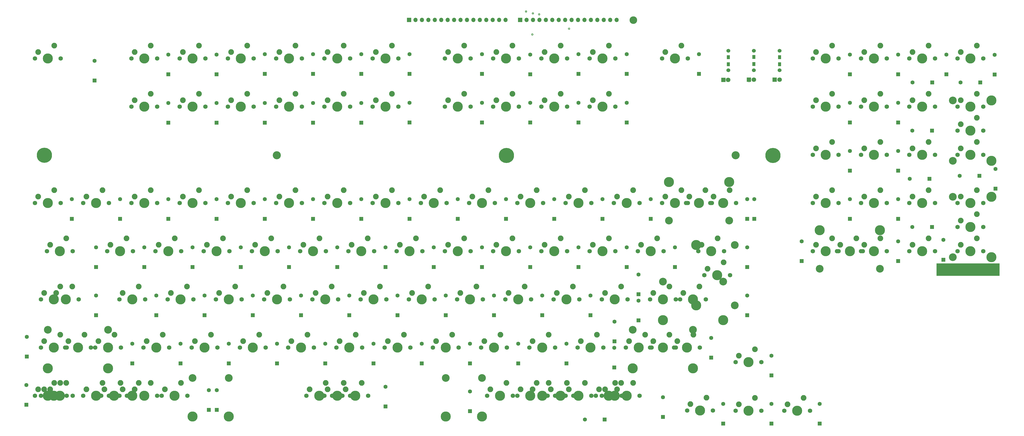
<source format=gbr>
%TF.GenerationSoftware,KiCad,Pcbnew,5.1.9+dfsg1-1*%
%TF.CreationDate,2022-02-11T04:52:15+01:00*%
%TF.ProjectId,va11800,76613131-3830-4302-9e6b-696361645f70,rev?*%
%TF.SameCoordinates,Original*%
%TF.FileFunction,Soldermask,Bot*%
%TF.FilePolarity,Negative*%
%FSLAX46Y46*%
G04 Gerber Fmt 4.6, Leading zero omitted, Abs format (unit mm)*
G04 Created by KiCad (PCBNEW 5.1.9+dfsg1-1) date 2022-02-11 04:52:15*
%MOMM*%
%LPD*%
G01*
G04 APERTURE LIST*
%ADD10C,0.250000*%
%ADD11C,2.250000*%
%ADD12C,3.987800*%
%ADD13C,1.750000*%
%ADD14C,3.048000*%
%ADD15R,1.600000X1.600000*%
%ADD16C,1.600000*%
%ADD17R,1.800000X1.800000*%
%ADD18C,1.800000*%
%ADD19C,6.000000*%
%ADD20C,1.524000*%
%ADD21R,1.200000X1.600000*%
%ADD22O,1.700000X1.700000*%
%ADD23R,1.700000X1.700000*%
%ADD24R,25.000000X5.000000*%
%ADD25O,3.000000X3.000000*%
%ADD26C,3.200000*%
G04 APERTURE END LIST*
D10*
X220207321Y-69600000D02*
G75*
G03*
X220207321Y-69600000I-297321J0D01*
G01*
X234717321Y-67320000D02*
G75*
G03*
X234717321Y-67320000I-297321J0D01*
G01*
X222907321Y-61640000D02*
G75*
G03*
X222907321Y-61640000I-297321J0D01*
G01*
X220427321Y-61260000D02*
G75*
G03*
X220427321Y-61260000I-297321J0D01*
G01*
X217727321Y-60520000D02*
G75*
G03*
X217727321Y-60520000I-297321J0D01*
G01*
X305470000Y-88420000D02*
X305470000Y-88350000D01*
X266950000Y-191510000D02*
X266720000Y-191730000D01*
D11*
%TO.C,f5*%
X145412500Y-73971250D03*
D12*
X142872500Y-79051250D03*
D11*
X139062500Y-76511250D03*
D13*
X137792500Y-79051250D03*
X147952500Y-79051250D03*
%TD*%
D11*
%TO.C,pause1*%
X278762500Y-73971250D03*
D12*
X276222500Y-79051250D03*
D11*
X272412500Y-76511250D03*
D13*
X271142500Y-79051250D03*
X281302500Y-79051250D03*
%TD*%
D11*
%TO.C,f4*%
X126362500Y-73971250D03*
D12*
X123822500Y-79051250D03*
D11*
X120012500Y-76511250D03*
D13*
X118742500Y-79051250D03*
X128902500Y-79051250D03*
%TD*%
D11*
%TO.C,f10*%
X126362500Y-93021250D03*
D12*
X123822500Y-98101250D03*
D11*
X120012500Y-95561250D03*
D13*
X118742500Y-98101250D03*
X128902500Y-98101250D03*
%TD*%
D11*
%TO.C,f9*%
X107312500Y-93021250D03*
D12*
X104772500Y-98101250D03*
D11*
X100962500Y-95561250D03*
D13*
X99692500Y-98101250D03*
X109852500Y-98101250D03*
%TD*%
%TO.C,kp_8*%
X359883750Y-98101250D03*
X349723750Y-98101250D03*
D11*
X350993750Y-95561250D03*
D12*
X354803750Y-98101250D03*
D11*
X357343750Y-93021250D03*
%TD*%
D13*
%TO.C,kp_1*%
X340833750Y-136201250D03*
X330673750Y-136201250D03*
D11*
X331943750Y-133661250D03*
D12*
X335753750Y-136201250D03*
D11*
X338293750Y-131121250D03*
%TD*%
D13*
%TO.C,n7*%
X167002500Y-136201250D03*
X156842500Y-136201250D03*
D11*
X158112500Y-133661250D03*
D12*
X161922500Y-136201250D03*
D11*
X164462500Y-131121250D03*
%TD*%
D13*
%TO.C,grave1*%
X33652500Y-136201250D03*
X23492500Y-136201250D03*
D11*
X24762500Y-133661250D03*
D12*
X28572500Y-136201250D03*
D11*
X31112500Y-131121250D03*
%TD*%
D13*
%TO.C,left_shift2*%
X36033750Y-193351250D03*
X25873750Y-193351250D03*
D11*
X27143750Y-190811250D03*
D12*
X30953750Y-193351250D03*
D11*
X33493750Y-188271250D03*
%TD*%
D12*
%TO.C,left_shift1*%
X52385000Y-201606250D03*
X28572500Y-201606250D03*
D14*
X52385000Y-186366250D03*
X28572500Y-186366250D03*
D13*
X45558750Y-193351250D03*
X35398750Y-193351250D03*
D11*
X36668750Y-190811250D03*
D12*
X40478750Y-193351250D03*
D11*
X43018750Y-188271250D03*
%TD*%
D13*
%TO.C,stepped_capslock1*%
X36033750Y-174301250D03*
X25873750Y-174301250D03*
D11*
X27143750Y-171761250D03*
D12*
X30953750Y-174301250D03*
D11*
X33493750Y-169221250D03*
%TD*%
D13*
%TO.C,capslock1*%
X40796250Y-174301250D03*
X30636250Y-174301250D03*
D11*
X31906250Y-171761250D03*
D12*
X35716250Y-174301250D03*
D11*
X38256250Y-169221250D03*
%TD*%
D13*
%TO.C,tab1*%
X38415000Y-155251250D03*
X28255000Y-155251250D03*
D11*
X29525000Y-152711250D03*
D12*
X33335000Y-155251250D03*
D11*
X35875000Y-150171250D03*
%TD*%
D15*
%TO.C,D1*%
X47050000Y-87820000D03*
D16*
X47050000Y-80020000D03*
%TD*%
D17*
%TO.C,D52*%
X315630000Y-87490000D03*
D18*
X317520000Y-87490000D03*
%TD*%
D17*
%TO.C,D50*%
X305470000Y-87490000D03*
D18*
X307360000Y-87490000D03*
%TD*%
D17*
%TO.C,D17*%
X295380000Y-87530000D03*
D18*
X297270000Y-87530000D03*
%TD*%
D19*
%TO.C,H1*%
X27240000Y-117370000D03*
%TD*%
D20*
%TO.C,R3*%
X317520000Y-76050000D03*
X317530000Y-83770000D03*
D21*
X317530000Y-78550000D03*
X317530000Y-81350000D03*
%TD*%
D20*
%TO.C,R2*%
X307370000Y-76020000D03*
X307380000Y-83740000D03*
D21*
X307380000Y-78520000D03*
X307380000Y-81320000D03*
%TD*%
D20*
%TO.C,R1*%
X297340000Y-76060000D03*
X297350000Y-83780000D03*
D21*
X297350000Y-78560000D03*
X297350000Y-81360000D03*
%TD*%
D13*
%TO.C,left1*%
X291198000Y-218312000D03*
X281038000Y-218312000D03*
D11*
X282308000Y-215772000D03*
D12*
X286118000Y-218312000D03*
D11*
X288658000Y-213232000D03*
%TD*%
%TO.C,R_mod3_1U1*%
X259715000Y-207321250D03*
D12*
X257175000Y-212401250D03*
D11*
X253365000Y-209861250D03*
D13*
X252095000Y-212401250D03*
X262255000Y-212401250D03*
%TD*%
D11*
%TO.C,R_mod2_1U1*%
X240665000Y-207321250D03*
D12*
X238125000Y-212401250D03*
D11*
X234315000Y-209861250D03*
D13*
X233045000Y-212401250D03*
X243205000Y-212401250D03*
%TD*%
D11*
%TO.C,R_mod1_1U1*%
X221615000Y-207321350D03*
D12*
X219075000Y-212401350D03*
D11*
X215265000Y-209861350D03*
D13*
X213995000Y-212401350D03*
X224155000Y-212401350D03*
%TD*%
D11*
%TO.C,L_mod3_1U1*%
X69215000Y-207321250D03*
D12*
X66675000Y-212401250D03*
D11*
X62865000Y-209861250D03*
D13*
X61595000Y-212401250D03*
X71755000Y-212401250D03*
%TD*%
D11*
%TO.C,lm21u1*%
X50165000Y-207321250D03*
D12*
X47625000Y-212401250D03*
D11*
X43815000Y-209861250D03*
D13*
X42545000Y-212401250D03*
X52705000Y-212401250D03*
%TD*%
D11*
%TO.C,lm1u1*%
X31115000Y-207321250D03*
D12*
X28575000Y-212401250D03*
D11*
X24765000Y-209861250D03*
D13*
X23495000Y-212401250D03*
X33655000Y-212401250D03*
%TD*%
D15*
%TO.C,D124*%
X271510000Y-220850000D03*
D16*
X271510000Y-213050000D03*
%TD*%
D15*
%TO.C,D122*%
X92150000Y-218000000D03*
D16*
X92150000Y-210200000D03*
%TD*%
D15*
%TO.C,D121*%
X20130000Y-216020000D03*
D16*
X20130000Y-208220000D03*
%TD*%
D15*
%TO.C,D120*%
X161925000Y-216693750D03*
D16*
X161925000Y-208893750D03*
%TD*%
D15*
%TO.C,D118*%
X248480000Y-221870000D03*
D16*
X240680000Y-221870000D03*
%TD*%
D15*
%TO.C,D117*%
X195260000Y-218563750D03*
D16*
X195260000Y-210763750D03*
%TD*%
D15*
%TO.C,D116*%
X295272500Y-223445000D03*
D16*
X295272500Y-215645000D03*
%TD*%
D15*
%TO.C,D115*%
X314322500Y-223445000D03*
D16*
X314322500Y-215645000D03*
%TD*%
D15*
%TO.C,D114*%
X333372500Y-223445000D03*
D16*
X333372500Y-215645000D03*
%TD*%
D15*
%TO.C,D108*%
X314322500Y-204395000D03*
D16*
X314322500Y-196595000D03*
%TD*%
D15*
%TO.C,D107*%
X252232200Y-201281600D03*
D16*
X252232200Y-193481600D03*
%TD*%
D15*
%TO.C,D105*%
X252333800Y-190921400D03*
D16*
X252333800Y-183121400D03*
%TD*%
D15*
%TO.C,D104*%
X233360000Y-199632500D03*
D16*
X233360000Y-191832500D03*
%TD*%
D15*
%TO.C,D103*%
X214310000Y-199632500D03*
D16*
X214310000Y-191832500D03*
%TD*%
D15*
%TO.C,D102*%
X195260000Y-199632500D03*
D16*
X195260000Y-191832500D03*
%TD*%
D15*
%TO.C,D101*%
X176210000Y-199632500D03*
D16*
X176210000Y-191832500D03*
%TD*%
D15*
%TO.C,D100*%
X157160000Y-199632500D03*
D16*
X157160000Y-191832500D03*
%TD*%
D15*
%TO.C,D99*%
X138110000Y-199632500D03*
D16*
X138110000Y-191832500D03*
%TD*%
D15*
%TO.C,D98*%
X119060000Y-199632500D03*
D16*
X119060000Y-191832500D03*
%TD*%
D15*
%TO.C,D97*%
X100010000Y-199632500D03*
D16*
X100010000Y-191832500D03*
%TD*%
D15*
%TO.C,D96*%
X80960000Y-199632500D03*
D16*
X80960000Y-191832500D03*
%TD*%
D15*
%TO.C,D95*%
X61910000Y-199632500D03*
D16*
X61910000Y-191832500D03*
%TD*%
D15*
%TO.C,D94*%
X20300000Y-196940000D03*
D16*
X20300000Y-189140000D03*
%TD*%
D15*
%TO.C,D92*%
X290510000Y-197370000D03*
D16*
X290510000Y-189570000D03*
%TD*%
D15*
%TO.C,D91*%
X364328750Y-159151250D03*
D16*
X364328750Y-151351250D03*
%TD*%
D15*
%TO.C,D88*%
X261833400Y-182655600D03*
D16*
X261833400Y-174855600D03*
%TD*%
D15*
%TO.C,D87*%
X261833400Y-172289400D03*
D16*
X261833400Y-164489400D03*
%TD*%
D15*
%TO.C,D86*%
X242885000Y-180582500D03*
D16*
X242885000Y-172782500D03*
%TD*%
D15*
%TO.C,D85*%
X223835000Y-180582500D03*
D16*
X223835000Y-172782500D03*
%TD*%
D15*
%TO.C,D84*%
X204785000Y-180582500D03*
D16*
X204785000Y-172782500D03*
%TD*%
D15*
%TO.C,D83*%
X185735000Y-180582500D03*
D16*
X185735000Y-172782500D03*
%TD*%
D15*
%TO.C,D82*%
X166685000Y-180582500D03*
D16*
X166685000Y-172782500D03*
%TD*%
D15*
%TO.C,D81*%
X147635000Y-180582500D03*
D16*
X147635000Y-172782500D03*
%TD*%
D15*
%TO.C,D80*%
X128585000Y-180582500D03*
D16*
X128585000Y-172782500D03*
%TD*%
D15*
%TO.C,D79*%
X109535000Y-180582500D03*
D16*
X109535000Y-172782500D03*
%TD*%
D15*
%TO.C,D78*%
X90485000Y-180582500D03*
D16*
X90485000Y-172782500D03*
%TD*%
D15*
%TO.C,D77*%
X71435000Y-180582500D03*
D16*
X71435000Y-172782500D03*
%TD*%
D15*
%TO.C,D76*%
X47622500Y-180582500D03*
D16*
X47622500Y-172782500D03*
%TD*%
D15*
%TO.C,D75*%
X95290000Y-218010000D03*
D16*
X95290000Y-210210000D03*
%TD*%
D15*
%TO.C,D74*%
X304797500Y-180582500D03*
D16*
X304797500Y-172782500D03*
%TD*%
D15*
%TO.C,D73*%
X377753750Y-145726250D03*
D16*
X369953750Y-145726250D03*
%TD*%
D15*
%TO.C,D72*%
X326228750Y-159151250D03*
D16*
X326228750Y-151351250D03*
%TD*%
D15*
%TO.C,D71*%
X304797500Y-161532500D03*
D16*
X304797500Y-153732500D03*
%TD*%
D15*
%TO.C,D70*%
X276222500Y-161532500D03*
D16*
X276222500Y-153732500D03*
%TD*%
D15*
%TO.C,D69*%
X257172500Y-161532500D03*
D16*
X257172500Y-153732500D03*
%TD*%
D15*
%TO.C,D68*%
X238122500Y-161532500D03*
D16*
X238122500Y-153732500D03*
%TD*%
D15*
%TO.C,D67*%
X219072500Y-161532500D03*
D16*
X219072500Y-153732500D03*
%TD*%
D15*
%TO.C,D66*%
X200022500Y-161532500D03*
D16*
X200022500Y-153732500D03*
%TD*%
D15*
%TO.C,D65*%
X180972500Y-161532500D03*
D16*
X180972500Y-153732500D03*
%TD*%
D15*
%TO.C,D64*%
X161922500Y-161532500D03*
D16*
X161922500Y-153732500D03*
%TD*%
D15*
%TO.C,D63*%
X142872500Y-161532500D03*
D16*
X142872500Y-153732500D03*
%TD*%
D15*
%TO.C,D62*%
X123822500Y-161532500D03*
D16*
X123822500Y-153732500D03*
%TD*%
D15*
%TO.C,D61*%
X104772500Y-161532500D03*
D16*
X104772500Y-153732500D03*
%TD*%
D15*
%TO.C,D60*%
X85722500Y-161532500D03*
D16*
X85722500Y-153732500D03*
%TD*%
D15*
%TO.C,D59*%
X66672500Y-161532500D03*
D16*
X66672500Y-153732500D03*
%TD*%
D15*
%TO.C,D58*%
X47622500Y-161532500D03*
D16*
X47622500Y-153732500D03*
%TD*%
D15*
%TO.C,D57*%
X382204000Y-158627200D03*
D16*
X382204000Y-150827200D03*
%TD*%
D15*
%TO.C,D56*%
X376772500Y-126676250D03*
D16*
X368972500Y-126676250D03*
%TD*%
D15*
%TO.C,D55*%
X364328750Y-142482500D03*
D16*
X364328750Y-134682500D03*
%TD*%
D15*
%TO.C,D54*%
X345278750Y-142482500D03*
D16*
X345278750Y-134682500D03*
%TD*%
D15*
%TO.C,D53*%
X402828800Y-130582600D03*
D16*
X402828800Y-122782600D03*
%TD*%
D15*
%TO.C,D51*%
X304797500Y-142482500D03*
D16*
X304797500Y-134682500D03*
%TD*%
D15*
%TO.C,D49*%
X266697500Y-142482500D03*
D16*
X266697500Y-134682500D03*
%TD*%
D15*
%TO.C,D48*%
X247647500Y-142482500D03*
D16*
X247647500Y-134682500D03*
%TD*%
D15*
%TO.C,D47*%
X228597500Y-142482500D03*
D16*
X228597500Y-134682500D03*
%TD*%
D15*
%TO.C,D46*%
X209547500Y-142482500D03*
D16*
X209547500Y-134682500D03*
%TD*%
D15*
%TO.C,D45*%
X190497500Y-142482500D03*
D16*
X190497500Y-134682500D03*
%TD*%
D15*
%TO.C,D44*%
X171447500Y-142482500D03*
D16*
X171447500Y-134682500D03*
%TD*%
D15*
%TO.C,D43*%
X152397500Y-142482500D03*
D16*
X152397500Y-134682500D03*
%TD*%
D15*
%TO.C,D42*%
X133347500Y-142482500D03*
D16*
X133347500Y-134682500D03*
%TD*%
D15*
%TO.C,D41*%
X114297500Y-142482500D03*
D16*
X114297500Y-134682500D03*
%TD*%
D15*
%TO.C,D40*%
X95247500Y-142482500D03*
D16*
X95247500Y-134682500D03*
%TD*%
D15*
%TO.C,D39*%
X76197500Y-142482500D03*
D16*
X76197500Y-134682500D03*
%TD*%
D15*
%TO.C,D38*%
X57147500Y-142482500D03*
D16*
X57147500Y-134682500D03*
%TD*%
D15*
%TO.C,D37*%
X38097500Y-142482500D03*
D16*
X38097500Y-134682500D03*
%TD*%
D15*
%TO.C,D36*%
X377753750Y-107626250D03*
D16*
X369953750Y-107626250D03*
%TD*%
D15*
%TO.C,D35*%
X364328750Y-123432500D03*
D16*
X364328750Y-115632500D03*
%TD*%
D15*
%TO.C,D34*%
X345278750Y-123432500D03*
D16*
X345278750Y-115632500D03*
%TD*%
D15*
%TO.C,D33*%
X396456400Y-125488800D03*
D16*
X388656400Y-125488800D03*
%TD*%
D15*
%TO.C,D32*%
X396803750Y-88576250D03*
D16*
X389003750Y-88576250D03*
%TD*%
D15*
%TO.C,D31*%
X307590000Y-142500000D03*
D16*
X307590000Y-134700000D03*
%TD*%
D15*
%TO.C,D30*%
X377872500Y-88576250D03*
D16*
X370072500Y-88576250D03*
%TD*%
D15*
%TO.C,D29*%
X364328750Y-104382500D03*
D16*
X364328750Y-96582500D03*
%TD*%
D15*
%TO.C,D28*%
X345278750Y-104382500D03*
D16*
X345278750Y-96582500D03*
%TD*%
D15*
%TO.C,D27*%
X257172500Y-104382500D03*
D16*
X257172500Y-96582500D03*
%TD*%
D15*
%TO.C,D26*%
X238122500Y-104382500D03*
D16*
X238122500Y-96582500D03*
%TD*%
D15*
%TO.C,D25*%
X219072500Y-104382500D03*
D16*
X219072500Y-96582500D03*
%TD*%
D15*
%TO.C,D24*%
X200022500Y-104382500D03*
D16*
X200022500Y-96582500D03*
%TD*%
D15*
%TO.C,D23*%
X171447500Y-104382500D03*
D16*
X171447500Y-96582500D03*
%TD*%
D15*
%TO.C,D22*%
X152397500Y-104501250D03*
D16*
X152397500Y-96701250D03*
%TD*%
D15*
%TO.C,D21*%
X133347500Y-104501250D03*
D16*
X133347500Y-96701250D03*
%TD*%
D15*
%TO.C,D20*%
X114297500Y-104501250D03*
D16*
X114297500Y-96701250D03*
%TD*%
D15*
%TO.C,D19*%
X95247500Y-104501250D03*
D16*
X95247500Y-96701250D03*
%TD*%
D15*
%TO.C,D18*%
X76197500Y-104501250D03*
D16*
X76197500Y-96701250D03*
%TD*%
D15*
%TO.C,D16*%
X402428750Y-85451250D03*
D16*
X402428750Y-77651250D03*
%TD*%
D15*
%TO.C,D15*%
X383378750Y-85332500D03*
D16*
X383378750Y-77532500D03*
%TD*%
D15*
%TO.C,D14*%
X364328750Y-85332500D03*
D16*
X364328750Y-77532500D03*
%TD*%
D15*
%TO.C,D13*%
X345278750Y-85332500D03*
D16*
X345278750Y-77532500D03*
%TD*%
D15*
%TO.C,D12*%
X285747500Y-85213750D03*
D16*
X285747500Y-77413750D03*
%TD*%
D15*
%TO.C,D11*%
X257172500Y-85213750D03*
D16*
X257172500Y-77413750D03*
%TD*%
D15*
%TO.C,D10*%
X238122500Y-85213750D03*
D16*
X238122500Y-77413750D03*
%TD*%
D15*
%TO.C,D9*%
X219072500Y-85332500D03*
D16*
X219072500Y-77532500D03*
%TD*%
D15*
%TO.C,D8*%
X200022500Y-85213750D03*
D16*
X200022500Y-77413750D03*
%TD*%
D15*
%TO.C,D7*%
X171447500Y-85213750D03*
D16*
X171447500Y-77413750D03*
%TD*%
D15*
%TO.C,D6*%
X152397500Y-85213750D03*
D16*
X152397500Y-77413750D03*
%TD*%
D15*
%TO.C,D5*%
X133347500Y-85213750D03*
D16*
X133347500Y-77413750D03*
%TD*%
D15*
%TO.C,D4*%
X114297500Y-85213750D03*
D16*
X114297500Y-77413750D03*
%TD*%
D15*
%TO.C,D3*%
X95247500Y-85332500D03*
D16*
X95247500Y-77532500D03*
%TD*%
D15*
%TO.C,D2*%
X76197500Y-85332500D03*
D16*
X76197500Y-77532500D03*
%TD*%
D11*
%TO.C,end1*%
X212087500Y-93021250D03*
D12*
X209547500Y-98101250D03*
D11*
X205737500Y-95561250D03*
D13*
X204467500Y-98101250D03*
X214627500Y-98101250D03*
%TD*%
D11*
%TO.C,e1*%
X97787500Y-150171250D03*
D12*
X95247500Y-155251250D03*
D11*
X91437500Y-152711250D03*
D13*
X90167500Y-155251250D03*
X100327500Y-155251250D03*
%TD*%
D11*
%TO.C,down1*%
X307830000Y-213250000D03*
D12*
X305290000Y-218330000D03*
D11*
X301480000Y-215790000D03*
D13*
X300210000Y-218330000D03*
X310370000Y-218330000D03*
%TD*%
D11*
%TO.C,dot1*%
X226375000Y-188271250D03*
D12*
X223835000Y-193351250D03*
D11*
X220025000Y-190811250D03*
D13*
X218755000Y-193351250D03*
X228915000Y-193351250D03*
%TD*%
D11*
%TO.C,delete1*%
X193037500Y-93021250D03*
D12*
X190497500Y-98101250D03*
D11*
X186687500Y-95561250D03*
D13*
X185417500Y-98101250D03*
X195577500Y-98101250D03*
%TD*%
D11*
%TO.C,lm2a1*%
X57308750Y-207321240D03*
D12*
X54768750Y-212401240D03*
D11*
X50958750Y-209861240D03*
D13*
X49688750Y-212401240D03*
X59848750Y-212401240D03*
%TD*%
D11*
%TO.C,lm1a1*%
X33495000Y-207321250D03*
D12*
X30955000Y-212401250D03*
D11*
X27145000Y-209861250D03*
D13*
X25875000Y-212401250D03*
X36035000Y-212401250D03*
%TD*%
D11*
%TO.C,L_mod3*%
X81121250Y-207322250D03*
D12*
X78581250Y-212402250D03*
D11*
X74771250Y-209862250D03*
D13*
X73501250Y-212402250D03*
X83661250Y-212402250D03*
%TD*%
D11*
%TO.C,lm2*%
X64450000Y-207321250D03*
D12*
X61910000Y-212401250D03*
D11*
X58100000Y-209861250D03*
D13*
X56830000Y-212401250D03*
X66990000Y-212401250D03*
%TD*%
D11*
%TO.C,lm1*%
X35875000Y-207321250D03*
D12*
X33335000Y-212401250D03*
D11*
X29525000Y-209861250D03*
D13*
X28255000Y-212401250D03*
X38415000Y-212401250D03*
%TD*%
D11*
%TO.C,space3*%
X138268750Y-207321250D03*
D12*
X135728750Y-212401250D03*
D11*
X131918750Y-209861250D03*
D13*
X130648750Y-212401250D03*
X140808750Y-212401250D03*
D14*
X85728850Y-205416250D03*
X185728650Y-205416250D03*
D12*
X85728850Y-220656250D03*
X185728650Y-220656250D03*
%TD*%
D11*
%TO.C,space2*%
X152558750Y-207321240D03*
D12*
X150018750Y-212401240D03*
D11*
X146208750Y-209861240D03*
D13*
X144938750Y-212401240D03*
X155098750Y-212401240D03*
D14*
X100018850Y-205416240D03*
X200018650Y-205416240D03*
D12*
X100018850Y-220656240D03*
X200018650Y-220656240D03*
%TD*%
D11*
%TO.C,space1*%
X145412500Y-207321250D03*
D12*
X142872500Y-212401250D03*
D11*
X139062500Y-209861250D03*
D13*
X137792500Y-212401250D03*
X147952500Y-212401250D03*
D14*
X85722500Y-205416250D03*
X200022500Y-205416250D03*
D12*
X85722500Y-220656250D03*
X200022500Y-220656250D03*
%TD*%
D11*
%TO.C,R_mod3_alt1*%
X252568750Y-207321250D03*
D12*
X250028750Y-212401250D03*
D11*
X246218750Y-209861250D03*
D13*
X244948750Y-212401250D03*
X255108750Y-212401250D03*
%TD*%
D11*
%TO.C,R_mod2_alt1*%
X233518750Y-207321250D03*
D12*
X230978750Y-212401250D03*
D11*
X227168750Y-209861250D03*
D13*
X225898750Y-212401250D03*
X236058750Y-212401250D03*
%TD*%
D11*
%TO.C,R_mod3*%
X254950000Y-207321250D03*
D12*
X252410000Y-212401250D03*
D11*
X248600000Y-209861250D03*
D13*
X247330000Y-212401250D03*
X257490000Y-212401250D03*
%TD*%
D11*
%TO.C,R_mod2*%
X226375000Y-207321250D03*
D12*
X223835000Y-212401250D03*
D11*
X220025000Y-209861250D03*
D13*
X218755000Y-212401250D03*
X228915000Y-212401250D03*
%TD*%
D11*
%TO.C,R_mod1*%
X209706250Y-207321250D03*
D12*
X207166250Y-212401250D03*
D11*
X203356250Y-209861250D03*
D13*
X202086250Y-212401250D03*
X212246250Y-212401250D03*
%TD*%
D11*
%TO.C,insert1*%
X193037500Y-73971250D03*
D12*
X190497500Y-79051250D03*
D11*
X186687500Y-76511250D03*
D13*
X185417500Y-79051250D03*
X195577500Y-79051250D03*
%TD*%
D22*
%TO.C,J1*%
X209340000Y-63860000D03*
X206800000Y-63860000D03*
X204260000Y-63860000D03*
X201720000Y-63860000D03*
X199180000Y-63860000D03*
X196640000Y-63860000D03*
X194100000Y-63860000D03*
X191560000Y-63860000D03*
X189020000Y-63860000D03*
X186480000Y-63860000D03*
X183940000Y-63860000D03*
X181400000Y-63860000D03*
X178860000Y-63860000D03*
X176320000Y-63860000D03*
X173780000Y-63860000D03*
D23*
X171240000Y-63860000D03*
%TD*%
D11*
%TO.C,scroll_lock1*%
X250187500Y-93021250D03*
D12*
X247647500Y-98101250D03*
D11*
X243837500Y-95561250D03*
D13*
X242567500Y-98101250D03*
X252727500Y-98101250D03*
%TD*%
D11*
%TO.C,pagedown1*%
X231137500Y-93021250D03*
D12*
X228597500Y-98101250D03*
D11*
X224787500Y-95561250D03*
D13*
X223517500Y-98101250D03*
X233677500Y-98101250D03*
%TD*%
D11*
%TO.C,f12*%
X164462500Y-93021250D03*
D12*
X161922500Y-98101250D03*
D11*
X158112500Y-95561250D03*
D13*
X156842500Y-98101250D03*
X167002500Y-98101250D03*
%TD*%
D11*
%TO.C,f11*%
X145412500Y-93021250D03*
D12*
X142872500Y-98101250D03*
D11*
X139062500Y-95561250D03*
D13*
X137792500Y-98101250D03*
X147952500Y-98101250D03*
%TD*%
D11*
%TO.C,f8*%
X88262500Y-93021250D03*
D12*
X85722500Y-98101250D03*
D11*
X81912500Y-95561250D03*
D13*
X80642500Y-98101250D03*
X90802500Y-98101250D03*
%TD*%
D11*
%TO.C,f7*%
X69212500Y-93021250D03*
D12*
X66672500Y-98101250D03*
D11*
X62862500Y-95561250D03*
D13*
X61592500Y-98101250D03*
X71752500Y-98101250D03*
%TD*%
D11*
%TO.C,kp_+2*%
X395443750Y-93021250D03*
D12*
X392903750Y-98101250D03*
D11*
X389093750Y-95561250D03*
D13*
X387823750Y-98101250D03*
X397983750Y-98101250D03*
%TD*%
D11*
%TO.C,print1*%
X250187500Y-73971250D03*
D12*
X247647500Y-79051250D03*
D11*
X243837500Y-76511250D03*
D13*
X242567500Y-79051250D03*
X252727500Y-79051250D03*
%TD*%
D11*
%TO.C,pageup1*%
X231137500Y-73971250D03*
D12*
X228597500Y-79051250D03*
D11*
X224787500Y-76511250D03*
D13*
X223517500Y-79051250D03*
X233677500Y-79051250D03*
%TD*%
D11*
%TO.C,home1*%
X212087500Y-73971250D03*
D12*
X209547500Y-79051250D03*
D11*
X205737500Y-76511250D03*
D13*
X204467500Y-79051250D03*
X214627500Y-79051250D03*
%TD*%
D11*
%TO.C,f6*%
X164462500Y-73971250D03*
D12*
X161922500Y-79051250D03*
D11*
X158112500Y-76511250D03*
D13*
X156842500Y-79051250D03*
X167002500Y-79051250D03*
%TD*%
D11*
%TO.C,f3*%
X107312500Y-73971250D03*
D12*
X104772500Y-79051250D03*
D11*
X100962500Y-76511250D03*
D13*
X99692500Y-79051250D03*
X109852500Y-79051250D03*
%TD*%
D11*
%TO.C,f2*%
X88262500Y-73971250D03*
D12*
X85722500Y-79051250D03*
D11*
X81912500Y-76511250D03*
D13*
X80642500Y-79051250D03*
X90802500Y-79051250D03*
%TD*%
D11*
%TO.C,f1*%
X69212500Y-73971250D03*
D12*
X66672500Y-79051250D03*
D11*
X62862500Y-76511250D03*
D13*
X61592500Y-79051250D03*
X71752500Y-79051250D03*
%TD*%
D11*
%TO.C,escape1*%
X31112500Y-73971250D03*
D12*
X28572500Y-79051250D03*
D11*
X24762500Y-76511250D03*
D13*
X23492500Y-79051250D03*
X33652500Y-79051250D03*
%TD*%
D24*
%TO.C,H6*%
X391930000Y-162570000D03*
%TD*%
D25*
%TO.C,H7*%
X259800000Y-63930000D03*
%TD*%
D12*
%TO.C,right_shift2*%
X283366250Y-201606250D03*
X259553750Y-201606250D03*
D14*
X283366250Y-186366250D03*
X259553750Y-186366250D03*
D13*
X276540000Y-193351250D03*
X266380000Y-193351250D03*
D11*
X267650000Y-190811250D03*
D12*
X271460000Y-193351250D03*
D11*
X274000000Y-188271250D03*
%TD*%
D12*
%TO.C,backspace2*%
X297653750Y-127946250D03*
X273841250Y-127946250D03*
D14*
X297653750Y-143186250D03*
X273841250Y-143186250D03*
D13*
X290827500Y-136201250D03*
X280667500Y-136201250D03*
D11*
X281937500Y-133661250D03*
D12*
X285747500Y-136201250D03*
D11*
X288287500Y-131121250D03*
%TD*%
D12*
%TO.C,iso_enter1*%
X284636250Y-152838250D03*
X284636250Y-176714250D03*
D14*
X299876250Y-152838250D03*
X299876250Y-176714250D03*
D13*
X297971250Y-164776250D03*
X287811250Y-164776250D03*
D11*
X289081250Y-162236250D03*
D12*
X292891250Y-164776250D03*
D11*
X295431250Y-159696250D03*
%TD*%
D23*
%TO.C,J2*%
X215110000Y-63850000D03*
D22*
X217650000Y-63850000D03*
X220190000Y-63850000D03*
X222730000Y-63850000D03*
X225270000Y-63850000D03*
X227810000Y-63850000D03*
X230350000Y-63850000D03*
X232890000Y-63850000D03*
X235430000Y-63850000D03*
X237970000Y-63850000D03*
X240510000Y-63850000D03*
X243050000Y-63850000D03*
X245590000Y-63850000D03*
X248130000Y-63850000D03*
X250670000Y-63850000D03*
X253210000Y-63850000D03*
%TD*%
D13*
%TO.C,up1*%
X310370000Y-199130000D03*
X300210000Y-199130000D03*
D11*
X301480000Y-196590000D03*
D12*
X305290000Y-199130000D03*
D11*
X307830000Y-194050000D03*
%TD*%
D13*
%TO.C,numlock1*%
X340833750Y-79051250D03*
X330673750Y-79051250D03*
D11*
X331943750Y-76511250D03*
D12*
X335753750Y-79051250D03*
D11*
X338293750Y-73971250D03*
%TD*%
D13*
%TO.C,q1*%
X62227500Y-155251250D03*
X52067500Y-155251250D03*
D11*
X53337500Y-152711250D03*
D12*
X57147500Y-155251250D03*
D11*
X59687500Y-150171250D03*
%TD*%
D13*
%TO.C,kp_3*%
X378933750Y-136201250D03*
X368773750Y-136201250D03*
D11*
X370043750Y-133661250D03*
D12*
X373853750Y-136201250D03*
D11*
X376393750Y-131121250D03*
%TD*%
D13*
%TO.C,kp_enter3*%
X397983750Y-155251250D03*
X387823750Y-155251250D03*
D11*
X389093750Y-152711250D03*
D12*
X392903750Y-155251250D03*
D11*
X395443750Y-150171250D03*
%TD*%
D12*
%TO.C,kp_enter1*%
X401158750Y-157664250D03*
X401158750Y-133788250D03*
D11*
X395443750Y-140646250D03*
D12*
X392903750Y-145726250D03*
D11*
X389093750Y-143186250D03*
D13*
X387823750Y-145726250D03*
X397983750Y-145726250D03*
D14*
X385918750Y-157664250D03*
X385918750Y-133788250D03*
%TD*%
D13*
%TO.C,kp_enter2*%
X397983750Y-136201250D03*
X387823750Y-136201250D03*
D11*
X389093750Y-133661250D03*
D12*
X392903750Y-136201250D03*
D11*
X395443750Y-131121250D03*
%TD*%
D13*
%TO.C,kp_2*%
X359883750Y-136201250D03*
X349723750Y-136201250D03*
D11*
X350993750Y-133661250D03*
D12*
X354803750Y-136201250D03*
D11*
X357343750Y-131121250D03*
%TD*%
D13*
%TO.C,kp_6*%
X378933750Y-117151250D03*
X368773750Y-117151250D03*
D11*
X370043750Y-114611250D03*
D12*
X373853750Y-117151250D03*
D11*
X376393750Y-112071250D03*
%TD*%
D13*
%TO.C,kp_5*%
X359883750Y-117151250D03*
X349723750Y-117151250D03*
D11*
X350993750Y-114611250D03*
D12*
X354803750Y-117151250D03*
D11*
X357343750Y-112071250D03*
%TD*%
D13*
%TO.C,kp_4*%
X340833750Y-117151250D03*
X330673750Y-117151250D03*
D11*
X331943750Y-114611250D03*
D12*
X335753750Y-117151250D03*
D11*
X338293750Y-112071250D03*
%TD*%
D13*
%TO.C,kp_9*%
X378933750Y-98101250D03*
X368773750Y-98101250D03*
D11*
X370043750Y-95561250D03*
D12*
X373853750Y-98101250D03*
D11*
X376393750Y-93021250D03*
%TD*%
D13*
%TO.C,kp_7*%
X340833750Y-98101250D03*
X330673750Y-98101250D03*
D11*
X331943750Y-95561250D03*
D12*
X335753750Y-98101250D03*
D11*
X338293750Y-93021250D03*
%TD*%
D13*
%TO.C,kp_-1*%
X397983750Y-79051250D03*
X387823750Y-79051250D03*
D11*
X389093750Y-76511250D03*
D12*
X392903750Y-79051250D03*
D11*
X395443750Y-73971250D03*
%TD*%
D13*
%TO.C,kp/\u002A1*%
X378933750Y-79051250D03*
X368773750Y-79051250D03*
D11*
X370043750Y-76511250D03*
D12*
X373853750Y-79051250D03*
D11*
X376393750Y-73971250D03*
%TD*%
D13*
%TO.C,kp_/1*%
X359883750Y-79051250D03*
X349723750Y-79051250D03*
D11*
X350993750Y-76511250D03*
D12*
X354803750Y-79051250D03*
D11*
X357343750Y-73971250D03*
%TD*%
D26*
%TO.C,H5*%
X119030000Y-117330000D03*
%TD*%
D19*
%TO.C,H4*%
X314900000Y-117440000D03*
%TD*%
%TO.C,H3*%
X209670000Y-117470000D03*
%TD*%
D26*
%TO.C,H2*%
X300200000Y-117340000D03*
%TD*%
D13*
%TO.C,right1*%
X329570000Y-218330000D03*
X319410000Y-218330000D03*
D11*
X320680000Y-215790000D03*
D12*
X324490000Y-218330000D03*
D11*
X327030000Y-213250000D03*
%TD*%
D13*
%TO.C,kp_0x1*%
X359883750Y-155251250D03*
X349723750Y-155251250D03*
D11*
X350993750Y-152711250D03*
D12*
X354803750Y-155251250D03*
D11*
X357343750Y-150171250D03*
%TD*%
D13*
%TO.C,kp_zero1*%
X340833750Y-155251250D03*
X330673750Y-155251250D03*
D11*
X331943750Y-152711250D03*
D12*
X335753750Y-155251250D03*
D11*
X338293750Y-150171250D03*
%TD*%
D13*
%TO.C,kp_comma1*%
X378933750Y-155251250D03*
X368773750Y-155251250D03*
D11*
X370043750Y-152711250D03*
D12*
X373853750Y-155251250D03*
D11*
X376393750Y-150171250D03*
%TD*%
D12*
%TO.C,kp_zero2*%
X357185000Y-146996250D03*
X333372500Y-146996250D03*
D14*
X357185000Y-162236250D03*
X333372500Y-162236250D03*
D13*
X350358750Y-155251250D03*
X340198750Y-155251250D03*
D11*
X341468750Y-152711250D03*
D12*
X345278750Y-155251250D03*
D11*
X347818750Y-150171250D03*
%TD*%
D13*
%TO.C,rightshift1*%
X286065000Y-193351250D03*
X275905000Y-193351250D03*
D11*
X277175000Y-190811250D03*
D12*
X280985000Y-193351250D03*
D11*
X283525000Y-188271250D03*
%TD*%
D13*
%TO.C,right_shift1*%
X267015000Y-193351250D03*
X256855000Y-193351250D03*
D11*
X258125000Y-190811250D03*
D12*
X261935000Y-193351250D03*
D11*
X264475000Y-188271250D03*
%TD*%
D13*
%TO.C,slash1*%
X247965000Y-193351250D03*
X237805000Y-193351250D03*
D11*
X239075000Y-190811250D03*
D12*
X242885000Y-193351250D03*
D11*
X245425000Y-188271250D03*
%TD*%
D13*
%TO.C,comma1*%
X209865000Y-193351250D03*
X199705000Y-193351250D03*
D11*
X200975000Y-190811250D03*
D12*
X204785000Y-193351250D03*
D11*
X207325000Y-188271250D03*
%TD*%
D13*
%TO.C,m1*%
X190815000Y-193351250D03*
X180655000Y-193351250D03*
D11*
X181925000Y-190811250D03*
D12*
X185735000Y-193351250D03*
D11*
X188275000Y-188271250D03*
%TD*%
D13*
%TO.C,n10*%
X171765000Y-193351250D03*
X161605000Y-193351250D03*
D11*
X162875000Y-190811250D03*
D12*
X166685000Y-193351250D03*
D11*
X169225000Y-188271250D03*
%TD*%
D13*
%TO.C,b1*%
X152715000Y-193351250D03*
X142555000Y-193351250D03*
D11*
X143825000Y-190811250D03*
D12*
X147635000Y-193351250D03*
D11*
X150175000Y-188271250D03*
%TD*%
D13*
%TO.C,v1*%
X133665000Y-193351250D03*
X123505000Y-193351250D03*
D11*
X124775000Y-190811250D03*
D12*
X128585000Y-193351250D03*
D11*
X131125000Y-188271250D03*
%TD*%
D13*
%TO.C,c1*%
X114615000Y-193351250D03*
X104455000Y-193351250D03*
D11*
X105725000Y-190811250D03*
D12*
X109535000Y-193351250D03*
D11*
X112075000Y-188271250D03*
%TD*%
D13*
%TO.C,x1*%
X95565000Y-193351250D03*
X85405000Y-193351250D03*
D11*
X86675000Y-190811250D03*
D12*
X90485000Y-193351250D03*
D11*
X93025000Y-188271250D03*
%TD*%
D13*
%TO.C,z1*%
X76515000Y-193351250D03*
X66355000Y-193351250D03*
D11*
X67625000Y-190811250D03*
D12*
X71435000Y-193351250D03*
D11*
X73975000Y-188271250D03*
%TD*%
D13*
%TO.C,NUBS1*%
X57465000Y-193351250D03*
X47305000Y-193351250D03*
D11*
X48575000Y-190811250D03*
D12*
X52385000Y-193351250D03*
D11*
X54925000Y-188271250D03*
%TD*%
D12*
%TO.C,ansi_enter1*%
X295272500Y-182556250D03*
X271460000Y-182556250D03*
D14*
X295272500Y-167316250D03*
X271460000Y-167316250D03*
D13*
X288446250Y-174301250D03*
X278286250Y-174301250D03*
D11*
X279556250Y-171761250D03*
D12*
X283366250Y-174301250D03*
D11*
X285906250Y-169221250D03*
%TD*%
D13*
%TO.C,NUHS1*%
X276540000Y-174301250D03*
X266380000Y-174301250D03*
D11*
X267650000Y-171761250D03*
D12*
X271460000Y-174301250D03*
D11*
X274000000Y-169221250D03*
%TD*%
D13*
%TO.C,apostrophe1*%
X257490000Y-174301250D03*
X247330000Y-174301250D03*
D11*
X248600000Y-171761250D03*
D12*
X252410000Y-174301250D03*
D11*
X254950000Y-169221250D03*
%TD*%
D13*
%TO.C,semicolon1*%
X238440000Y-174301250D03*
X228280000Y-174301250D03*
D11*
X229550000Y-171761250D03*
D12*
X233360000Y-174301250D03*
D11*
X235900000Y-169221250D03*
%TD*%
D13*
%TO.C,l1*%
X219390000Y-174301250D03*
X209230000Y-174301250D03*
D11*
X210500000Y-171761250D03*
D12*
X214310000Y-174301250D03*
D11*
X216850000Y-169221250D03*
%TD*%
D13*
%TO.C,k1*%
X200340000Y-174301250D03*
X190180000Y-174301250D03*
D11*
X191450000Y-171761250D03*
D12*
X195260000Y-174301250D03*
D11*
X197800000Y-169221250D03*
%TD*%
D13*
%TO.C,j1*%
X181290000Y-174301250D03*
X171130000Y-174301250D03*
D11*
X172400000Y-171761250D03*
D12*
X176210000Y-174301250D03*
D11*
X178750000Y-169221250D03*
%TD*%
D13*
%TO.C,h1*%
X162240000Y-174301250D03*
X152080000Y-174301250D03*
D11*
X153350000Y-171761250D03*
D12*
X157160000Y-174301250D03*
D11*
X159700000Y-169221250D03*
%TD*%
D13*
%TO.C,g1*%
X143190000Y-174301250D03*
X133030000Y-174301250D03*
D11*
X134300000Y-171761250D03*
D12*
X138110000Y-174301250D03*
D11*
X140650000Y-169221250D03*
%TD*%
D13*
%TO.C,f13*%
X124140000Y-174301250D03*
X113980000Y-174301250D03*
D11*
X115250000Y-171761250D03*
D12*
X119060000Y-174301250D03*
D11*
X121600000Y-169221250D03*
%TD*%
D13*
%TO.C,d1*%
X105090000Y-174301250D03*
X94930000Y-174301250D03*
D11*
X96200000Y-171761250D03*
D12*
X100010000Y-174301250D03*
D11*
X102550000Y-169221250D03*
%TD*%
D13*
%TO.C,s1*%
X86040000Y-174301250D03*
X75880000Y-174301250D03*
D11*
X77150000Y-171761250D03*
D12*
X80960000Y-174301250D03*
D11*
X83500000Y-169221250D03*
%TD*%
D13*
%TO.C,a1*%
X66990000Y-174301250D03*
X56830000Y-174301250D03*
D11*
X58100000Y-171761250D03*
D12*
X61910000Y-174301250D03*
D11*
X64450000Y-169221250D03*
%TD*%
D13*
%TO.C,pipe1*%
X295590000Y-155251250D03*
X285430000Y-155251250D03*
D11*
X286700000Y-152711250D03*
D12*
X290510000Y-155251250D03*
D11*
X293050000Y-150171250D03*
%TD*%
D13*
%TO.C,rightbrace1*%
X271777500Y-155251250D03*
X261617500Y-155251250D03*
D11*
X262887500Y-152711250D03*
D12*
X266697500Y-155251250D03*
D11*
X269237500Y-150171250D03*
%TD*%
D13*
%TO.C,leftbrace1*%
X252727500Y-155251250D03*
X242567500Y-155251250D03*
D11*
X243837500Y-152711250D03*
D12*
X247647500Y-155251250D03*
D11*
X250187500Y-150171250D03*
%TD*%
D13*
%TO.C,p1*%
X233677500Y-155251250D03*
X223517500Y-155251250D03*
D11*
X224787500Y-152711250D03*
D12*
X228597500Y-155251250D03*
D11*
X231137500Y-150171250D03*
%TD*%
D13*
%TO.C,o1*%
X214627500Y-155251250D03*
X204467500Y-155251250D03*
D11*
X205737500Y-152711250D03*
D12*
X209547500Y-155251250D03*
D11*
X212087500Y-150171250D03*
%TD*%
D13*
%TO.C,i1*%
X195577500Y-155251250D03*
X185417500Y-155251250D03*
D11*
X186687500Y-152711250D03*
D12*
X190497500Y-155251250D03*
D11*
X193037500Y-150171250D03*
%TD*%
D13*
%TO.C,u1*%
X176527500Y-155251250D03*
X166367500Y-155251250D03*
D11*
X167637500Y-152711250D03*
D12*
X171447500Y-155251250D03*
D11*
X173987500Y-150171250D03*
%TD*%
D13*
%TO.C,y1*%
X157477500Y-155251250D03*
X147317500Y-155251250D03*
D11*
X148587500Y-152711250D03*
D12*
X152397500Y-155251250D03*
D11*
X154937500Y-150171250D03*
%TD*%
D13*
%TO.C,t1*%
X138427500Y-155251250D03*
X128267500Y-155251250D03*
D11*
X129537500Y-152711250D03*
D12*
X133347500Y-155251250D03*
D11*
X135887500Y-150171250D03*
%TD*%
D13*
%TO.C,r1*%
X119377500Y-155251250D03*
X109217500Y-155251250D03*
D11*
X110487500Y-152711250D03*
D12*
X114297500Y-155251250D03*
D11*
X116837500Y-150171250D03*
%TD*%
D13*
%TO.C,w1*%
X81277500Y-155251250D03*
X71117500Y-155251250D03*
D11*
X72387500Y-152711250D03*
D12*
X76197500Y-155251250D03*
D11*
X78737500Y-150171250D03*
%TD*%
D12*
%TO.C,kp_+1*%
X401158750Y-119564250D03*
X401158750Y-95688250D03*
D11*
X395443750Y-102546250D03*
D12*
X392903750Y-107626250D03*
D11*
X389093750Y-105086250D03*
D13*
X387823750Y-107626250D03*
X397983750Y-107626250D03*
D14*
X385918750Y-119564250D03*
X385918750Y-95688250D03*
%TD*%
D13*
%TO.C,backspace3*%
X300352500Y-136201250D03*
X290192500Y-136201250D03*
D11*
X291462500Y-133661250D03*
D12*
X295272500Y-136201250D03*
D11*
X297812500Y-131121250D03*
%TD*%
D13*
%TO.C,backspace1*%
X281302500Y-136201250D03*
X271142500Y-136201250D03*
D11*
X272412500Y-133661250D03*
D12*
X276222500Y-136201250D03*
D11*
X278762500Y-131121250D03*
%TD*%
D13*
%TO.C,equal1*%
X262252500Y-136201250D03*
X252092500Y-136201250D03*
D11*
X253362500Y-133661250D03*
D12*
X257172500Y-136201250D03*
D11*
X259712500Y-131121250D03*
%TD*%
D13*
%TO.C,minus1*%
X243202500Y-136201250D03*
X233042500Y-136201250D03*
D11*
X234312500Y-133661250D03*
D12*
X238122500Y-136201250D03*
D11*
X240662500Y-131121250D03*
%TD*%
D13*
%TO.C,n0*%
X224152500Y-136201250D03*
X213992500Y-136201250D03*
D11*
X215262500Y-133661250D03*
D12*
X219072500Y-136201250D03*
D11*
X221612500Y-131121250D03*
%TD*%
D13*
%TO.C,n9*%
X205102500Y-136201250D03*
X194942500Y-136201250D03*
D11*
X196212500Y-133661250D03*
D12*
X200022500Y-136201250D03*
D11*
X202562500Y-131121250D03*
%TD*%
D13*
%TO.C,n8*%
X186052500Y-136201250D03*
X175892500Y-136201250D03*
D11*
X177162500Y-133661250D03*
D12*
X180972500Y-136201250D03*
D11*
X183512500Y-131121250D03*
%TD*%
D13*
%TO.C,n6*%
X147952500Y-136201250D03*
X137792500Y-136201250D03*
D11*
X139062500Y-133661250D03*
D12*
X142872500Y-136201250D03*
D11*
X145412500Y-131121250D03*
%TD*%
D13*
%TO.C,n5*%
X128902500Y-136201250D03*
X118742500Y-136201250D03*
D11*
X120012500Y-133661250D03*
D12*
X123822500Y-136201250D03*
D11*
X126362500Y-131121250D03*
%TD*%
D13*
%TO.C,n4*%
X109852500Y-136201250D03*
X99692500Y-136201250D03*
D11*
X100962500Y-133661250D03*
D12*
X104772500Y-136201250D03*
D11*
X107312500Y-131121250D03*
%TD*%
D13*
%TO.C,n3*%
X90802500Y-136201250D03*
X80642500Y-136201250D03*
D11*
X81912500Y-133661250D03*
D12*
X85722500Y-136201250D03*
D11*
X88262500Y-131121250D03*
%TD*%
D13*
%TO.C,n2*%
X71752500Y-136201250D03*
X61592500Y-136201250D03*
D11*
X62862500Y-133661250D03*
D12*
X66672500Y-136201250D03*
D11*
X69212500Y-131121250D03*
%TD*%
D13*
%TO.C,n1*%
X52702500Y-136201250D03*
X42542500Y-136201250D03*
D11*
X43812500Y-133661250D03*
D12*
X47622500Y-136201250D03*
D11*
X50162500Y-131121250D03*
%TD*%
D13*
%TO.C,kp_+3*%
X397983750Y-117151250D03*
X387823750Y-117151250D03*
D11*
X389093750Y-114611250D03*
D12*
X392903750Y-117151250D03*
D11*
X395443750Y-112071250D03*
%TD*%
M02*

</source>
